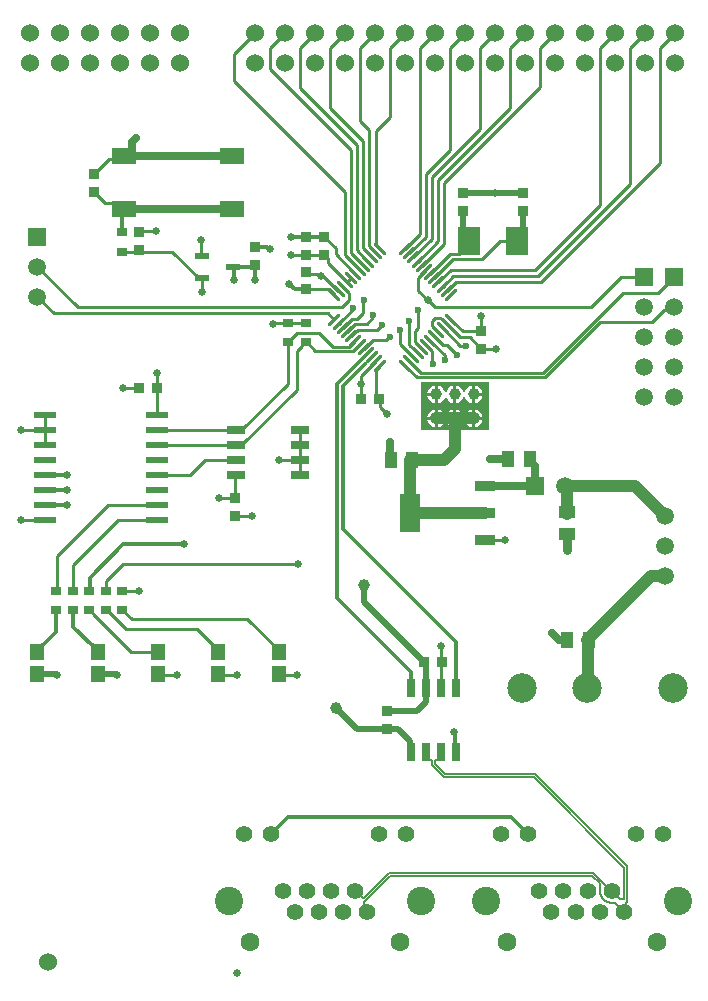
<source format=gtl>
G04*
G04 #@! TF.GenerationSoftware,Altium Limited,Altium Designer,22.4.2 (48)*
G04*
G04 Layer_Physical_Order=1*
G04 Layer_Color=255*
%FSLAX25Y25*%
%MOIN*%
G70*
G04*
G04 #@! TF.SameCoordinates,FE8C8ECF-970F-4C2D-9C15-E43E087C2527*
G04*
G04*
G04 #@! TF.FilePolarity,Positive*
G04*
G01*
G75*
%ADD10C,0.02000*%
%ADD18C,0.00500*%
%ADD19C,0.01000*%
%ADD21R,0.03937X0.05315*%
%ADD22R,0.05315X0.03937*%
%ADD23R,0.07480X0.09449*%
%ADD24R,0.07378X0.02197*%
%ADD25R,0.06004X0.02559*%
%ADD26R,0.02756X0.06102*%
%ADD27R,0.06890X0.12598*%
%ADD28R,0.06890X0.03740*%
G04:AMPARAMS|DCode=29|XSize=11.81mil|YSize=57.09mil|CornerRadius=0mil|HoleSize=0mil|Usage=FLASHONLY|Rotation=225.000|XOffset=0mil|YOffset=0mil|HoleType=Round|Shape=Round|*
%AMOVALD29*
21,1,0.04528,0.01181,0.00000,0.00000,315.0*
1,1,0.01181,-0.01601,0.01601*
1,1,0.01181,0.01601,-0.01601*
%
%ADD29OVALD29*%

G04:AMPARAMS|DCode=30|XSize=11.81mil|YSize=57.09mil|CornerRadius=0mil|HoleSize=0mil|Usage=FLASHONLY|Rotation=315.000|XOffset=0mil|YOffset=0mil|HoleType=Round|Shape=Round|*
%AMOVALD30*
21,1,0.04528,0.01181,0.00000,0.00000,45.0*
1,1,0.01181,-0.01601,-0.01601*
1,1,0.01181,0.01601,0.01601*
%
%ADD30OVALD30*%

%ADD31R,0.04528X0.02362*%
%ADD32R,0.08268X0.05512*%
%ADD33R,0.03347X0.02756*%
%ADD34R,0.04528X0.05315*%
%ADD35R,0.03740X0.03740*%
%ADD36R,0.03740X0.03740*%
%ADD65C,0.02500*%
%ADD66C,0.03000*%
%ADD67C,0.01200*%
%ADD68C,0.04000*%
%ADD69C,0.09843*%
%ADD70C,0.05906*%
%ADD71R,0.05906X0.05906*%
%ADD72R,0.05906X0.05906*%
%ADD73C,0.06000*%
%ADD74C,0.05512*%
%ADD75C,0.09449*%
%ADD76C,0.06299*%
%ADD77C,0.02559*%
%ADD78C,0.03937*%
%ADD79C,0.02362*%
G36*
X262500Y292500D02*
X240000D01*
Y308500D01*
X262500D01*
Y292500D01*
D02*
G37*
%LPC*%
G36*
X256928Y307439D02*
X256283Y307266D01*
X255606Y306875D01*
X255053Y306323D01*
X254662Y305646D01*
X254580Y305339D01*
X254063D01*
X253980Y305646D01*
X253590Y306323D01*
X253037Y306875D01*
X252360Y307266D01*
X251714Y307439D01*
Y304500D01*
Y301561D01*
X252360Y301734D01*
X253037Y302125D01*
X253590Y302677D01*
X253980Y303354D01*
X254063Y303661D01*
X254580D01*
X254662Y303354D01*
X255053Y302677D01*
X255606Y302125D01*
X256283Y301734D01*
X256928Y301561D01*
Y304500D01*
Y307439D01*
D02*
G37*
G36*
X250714D02*
X250068Y307266D01*
X249392Y306875D01*
X248839Y306323D01*
X248448Y305646D01*
X248366Y305339D01*
X247848D01*
X247766Y305646D01*
X247375Y306323D01*
X246823Y306875D01*
X246146Y307266D01*
X245500Y307439D01*
Y304500D01*
Y301561D01*
X246146Y301734D01*
X246823Y302125D01*
X247375Y302677D01*
X247766Y303354D01*
X247848Y303661D01*
X248366D01*
X248448Y303354D01*
X248839Y302677D01*
X249392Y302125D01*
X250068Y301734D01*
X250714Y301561D01*
Y304500D01*
Y307439D01*
D02*
G37*
G36*
X257928D02*
Y305000D01*
X260368D01*
X260195Y305646D01*
X259804Y306323D01*
X259251Y306875D01*
X258574Y307266D01*
X257928Y307439D01*
D02*
G37*
G36*
X244500D02*
X243854Y307266D01*
X243177Y306875D01*
X242625Y306323D01*
X242234Y305646D01*
X242061Y305000D01*
X244500D01*
Y307439D01*
D02*
G37*
G36*
X260368Y304000D02*
X257928D01*
Y301561D01*
X258574Y301734D01*
X259251Y302125D01*
X259804Y302677D01*
X260195Y303354D01*
X260368Y304000D01*
D02*
G37*
G36*
X244500D02*
X242061D01*
X242234Y303354D01*
X242625Y302677D01*
X243177Y302125D01*
X243854Y301734D01*
X244500Y301561D01*
Y304000D01*
D02*
G37*
G36*
X256928Y299439D02*
X256283Y299266D01*
X255606Y298875D01*
X255053Y298323D01*
X254662Y297646D01*
X254580Y297339D01*
X254063D01*
X253980Y297646D01*
X253590Y298323D01*
X253037Y298875D01*
X252360Y299266D01*
X251714Y299439D01*
Y296500D01*
Y293561D01*
X252360Y293734D01*
X253037Y294125D01*
X253590Y294677D01*
X253980Y295354D01*
X254063Y295661D01*
X254580D01*
X254662Y295354D01*
X255053Y294677D01*
X255606Y294125D01*
X256283Y293734D01*
X256928Y293561D01*
Y296500D01*
Y299439D01*
D02*
G37*
G36*
X250714D02*
X250068Y299266D01*
X249392Y298875D01*
X248839Y298323D01*
X248448Y297646D01*
X248366Y297339D01*
X247848D01*
X247766Y297646D01*
X247375Y298323D01*
X246823Y298875D01*
X246146Y299266D01*
X245500Y299439D01*
Y296500D01*
Y293561D01*
X246146Y293734D01*
X246823Y294125D01*
X247375Y294677D01*
X247766Y295354D01*
X247848Y295661D01*
X248366D01*
X248448Y295354D01*
X248839Y294677D01*
X249392Y294125D01*
X250068Y293734D01*
X250714Y293561D01*
Y296500D01*
Y299439D01*
D02*
G37*
G36*
X257928D02*
Y297000D01*
X260368D01*
X260195Y297646D01*
X259804Y298323D01*
X259251Y298875D01*
X258574Y299266D01*
X257928Y299439D01*
D02*
G37*
G36*
X244500D02*
X243854Y299266D01*
X243177Y298875D01*
X242625Y298323D01*
X242234Y297646D01*
X242061Y297000D01*
X244500D01*
Y299439D01*
D02*
G37*
G36*
X260368Y296000D02*
X257928D01*
Y293561D01*
X258574Y293734D01*
X259251Y294125D01*
X259804Y294677D01*
X260195Y295354D01*
X260368Y296000D01*
D02*
G37*
G36*
X244500D02*
X242061D01*
X242234Y295354D01*
X242625Y294677D01*
X243177Y294125D01*
X243854Y293734D01*
X244500Y293561D01*
Y296000D01*
D02*
G37*
%LPD*%
D10*
X211500Y200000D02*
X218453Y193047D01*
X228500D01*
X138393Y211107D02*
X138500Y211000D01*
X132322Y211107D02*
X138393D01*
X132160Y211269D02*
X132322Y211107D01*
X118393D02*
X118500Y211000D01*
X112197Y211107D02*
X118393D01*
X112035Y211269D02*
X112197Y211107D01*
X228500Y193047D02*
X228655Y192892D01*
X232199D01*
X236122Y188969D01*
Y185650D02*
Y188969D01*
Y185650D02*
X236500Y185272D01*
X228500Y198953D02*
X238453D01*
X241528Y202028D01*
X241500Y206728D02*
X241528Y206700D01*
Y202028D02*
Y206700D01*
X241500Y206728D02*
Y214819D01*
X220926Y235393D02*
Y241101D01*
Y235393D02*
X241047Y215272D01*
X273933Y371445D02*
X273941Y371453D01*
X264440Y371445D02*
X273933D01*
X254067D02*
X264440D01*
X254059Y371453D02*
X254067Y371445D01*
X254059Y356386D02*
Y365547D01*
X273941Y357370D02*
Y365547D01*
D18*
X299549Y138257D02*
X299876Y137264D01*
X300448Y136389D01*
X301228Y135691D01*
X302161Y135220D01*
X303185Y135006D01*
X304229Y135064D01*
X299480Y139115D02*
X299549Y138257D01*
X244450Y181425D02*
X247975Y177900D01*
X277873D01*
X243550Y181053D02*
X247603Y177000D01*
X277500D01*
X307731Y146769D01*
X277873Y177900D02*
X308630Y147142D01*
Y135413D02*
Y147142D01*
X307731Y136606D02*
Y146769D01*
X221041Y135403D02*
X229738Y144100D01*
X229365Y145000D02*
X297379D01*
X303372Y139008D01*
X220886Y136521D02*
X229365Y145000D01*
X229738Y144100D02*
X297007D01*
X299480Y141627D01*
Y139115D02*
Y141627D01*
X221041Y132959D02*
Y135403D01*
Y132959D02*
X222000Y132000D01*
X305003Y134497D02*
X307500Y132000D01*
X304229Y135064D02*
X304436D01*
X305003Y134497D01*
X220472Y136521D02*
X220886D01*
X303372Y139008D02*
X303484D01*
X217984D02*
X220472Y136521D01*
X307438Y136313D02*
X307731Y136606D01*
X306179Y136313D02*
X307438D01*
X308338Y132838D02*
Y135120D01*
X308630Y135413D01*
X307500Y132000D02*
X308338Y132838D01*
X303484Y139008D02*
X306179Y136313D01*
X241500Y183813D02*
X242628Y182685D01*
X243257D01*
X241500Y183813D02*
Y185272D01*
X243550Y181053D02*
Y182393D01*
X243257Y182685D02*
X243550Y182393D01*
X244743Y182685D02*
X245372D01*
X244450Y182393D02*
X244743Y182685D01*
X244450Y181425D02*
Y182393D01*
X246500Y183813D02*
Y185272D01*
X245372Y182685D02*
X246500Y183813D01*
D19*
X243500Y327509D02*
Y329000D01*
X244589Y330089D02*
X246390D01*
X243500Y329000D02*
X244589Y330089D01*
X246500Y206728D02*
Y220500D01*
X220000Y303000D02*
Y310472D01*
X256095Y323500D02*
X260094Y319500D01*
X206376Y343702D02*
X207643D01*
X205578Y344500D02*
X206376Y343702D01*
X248477Y328002D02*
X248526D01*
X246390Y330089D02*
X248477Y328002D01*
X243500Y327509D02*
X245742Y325267D01*
Y325218D02*
Y325267D01*
X239000Y326500D02*
Y332500D01*
X238087Y325587D02*
X239000Y326500D01*
X248526Y328002D02*
X253028Y323500D01*
X195500Y321827D02*
X195795D01*
X196673Y322705D01*
X198673Y325000D02*
X206000D01*
X196673Y322705D02*
Y323000D01*
X198673Y325000D01*
X134925Y242425D02*
X140500Y248000D01*
X199000D01*
X261171Y256000D02*
X268000D01*
X261116Y255945D02*
X261171Y256000D01*
X134925Y239020D02*
Y242425D01*
X152215Y211251D02*
X152521Y210945D01*
X158440D01*
X140425Y239020D02*
X140435Y239010D01*
X145990D02*
X146000Y239000D01*
X140435Y239010D02*
X145990D01*
X192771Y210945D02*
X198440D01*
X192465Y211251D02*
X192771Y210945D01*
X281150Y310150D02*
X299500Y328500D01*
X240021Y311500D02*
X280591D01*
X307287Y338196D01*
X238539Y310150D02*
X281150D01*
X299500Y328500D02*
X317000D01*
X307287Y338196D02*
X319052D01*
X317000Y328500D02*
X321061Y332561D01*
X247176Y321000D02*
X248500D01*
X244350Y323826D02*
X247176Y321000D01*
X248500D02*
X252000Y317500D01*
X239000Y339000D02*
Y343392D01*
Y339000D02*
X242192Y335808D01*
X239000Y343392D02*
X241566Y345958D01*
X236047Y315474D02*
X240021Y311500D01*
X234606Y314082D02*
X238539Y310150D01*
X220000Y310472D02*
X225002Y315474D01*
X209317Y339500D02*
X211158Y337658D01*
X201500Y339500D02*
X209317D01*
X190661Y328161D02*
X195339D01*
X190500Y328000D02*
X190661Y328161D01*
X195339D02*
X195500Y328323D01*
X213631Y333500D02*
X215953Y335822D01*
X117500Y331500D02*
X121000D01*
X125500Y333500D02*
X213631D01*
X208976Y331500D02*
X211082Y329394D01*
X112000Y337000D02*
X117500Y331500D01*
X112000Y347000D02*
X125500Y333500D01*
X121000Y331500D02*
X208976Y331500D01*
X166882Y343260D02*
X167000Y343142D01*
Y338500D02*
Y343142D01*
X166500Y351122D02*
Y356000D01*
Y351122D02*
X166882Y350740D01*
X260000Y325500D02*
Y330500D01*
X242958Y322434D02*
X247800Y317592D01*
Y316200D02*
Y317592D01*
Y316200D02*
X248000Y316000D01*
X247134Y326610D02*
X252983Y320761D01*
X254739D01*
X255000Y320500D01*
X253028Y323500D02*
X256095D01*
X244000Y314500D02*
Y314869D01*
X243653Y315216D02*
X244000Y314869D01*
X243653Y315216D02*
Y318906D01*
X241566Y320993D02*
X243653Y318906D01*
X241566Y320993D02*
Y321042D01*
X238087Y321786D02*
Y325587D01*
X238782Y318258D02*
Y318258D01*
X236000Y321040D02*
Y329000D01*
Y321040D02*
X238782Y318258D01*
X233000Y321256D02*
Y326000D01*
X220739Y335739D02*
X221000Y336000D01*
X220739Y331608D02*
Y335739D01*
X221767Y328000D02*
X223739Y329972D01*
X218089Y328000D02*
X221767D01*
X215307Y325218D02*
X218089Y328000D01*
X216650Y323826D02*
X216699D01*
X218865Y325913D02*
X225413D01*
X227000Y327500D01*
X218470Y325517D02*
X218865Y325913D01*
X218390Y325517D02*
X218470D01*
X216699Y323826D02*
X218390Y325517D01*
X228361Y322729D02*
X229131Y323500D01*
X223905Y322729D02*
X228361D01*
X220826Y319650D02*
X223905Y322729D01*
X229131Y323500D02*
X229500D01*
X218702Y329571D02*
X220739Y331608D01*
X223739Y330739D02*
X224000Y331000D01*
X223739Y329972D02*
Y330739D01*
X216876Y329571D02*
X218702D01*
X217260Y332836D02*
Y333198D01*
X212474Y328002D02*
Y328051D01*
X217260Y332836D01*
X213915Y326610D02*
X216876Y329571D01*
X233000Y321256D02*
X237390Y316866D01*
X238087Y321786D02*
X240174Y319699D01*
X146547Y352000D02*
X157059D01*
X165799Y343260D01*
X166882D01*
X146000Y352547D02*
X146547Y352000D01*
X145508Y352055D02*
X146000Y352547D01*
X140228Y352055D02*
X145508D01*
X146445Y358898D02*
X151440D01*
X146000Y358453D02*
X146445Y358898D01*
X242192Y335808D02*
X244500Y333500D01*
X299500Y367500D02*
Y420000D01*
X278000Y346000D02*
X299500Y367500D01*
X309500Y374500D02*
Y420000D01*
X279000Y344000D02*
X309500Y374500D01*
X319500Y381586D02*
Y420000D01*
X279914Y342000D02*
X319500Y381586D01*
X251528Y342000D02*
X279914D01*
X248526Y338998D02*
X251528Y342000D01*
X248526Y338998D02*
X248526D01*
X250744Y344000D02*
X279000D01*
X249960Y346000D02*
X278000D01*
X299500Y420000D02*
X304500Y425000D01*
X319500Y420000D02*
X324500Y425000D01*
X306500Y343500D02*
X314356D01*
X296500Y333500D02*
X306500Y343500D01*
X319052Y338196D02*
X324356Y343500D01*
X323418Y332561D02*
X324356Y333500D01*
X321061Y332561D02*
X323418D01*
X244500Y333500D02*
X296500D01*
X177500Y409000D02*
X214500Y372000D01*
Y350892D02*
Y372000D01*
X140425Y232524D02*
X143449Y229500D01*
X182090D02*
X192465Y219125D01*
X143449Y229500D02*
X182090D01*
X198500Y318827D02*
X200327Y320654D01*
X198500Y305955D02*
Y318827D01*
X180045Y287500D02*
X198500Y305955D01*
X177500Y409000D02*
Y418000D01*
X172340Y211251D02*
X172646Y210945D01*
X178440D01*
X240174Y319650D02*
Y319699D01*
X260094Y319500D02*
X265000D01*
X215953Y335822D02*
Y338254D01*
X213866Y326610D02*
X213915D01*
X215258Y325218D02*
X215307D01*
X213866Y340341D02*
X215953Y338254D01*
X177500Y418000D02*
X184500Y425000D01*
X189500Y413000D02*
Y420000D01*
X194500Y425000D01*
X189500Y413000D02*
X216500Y386000D01*
X207750Y356906D02*
X211500Y353155D01*
Y351108D02*
Y353155D01*
Y351108D02*
X218042Y344566D01*
X214500Y350892D02*
X219434Y345958D01*
X216500Y351676D02*
X220826Y347350D01*
X216500Y351676D02*
Y386000D01*
X199500Y406500D02*
X218500Y387500D01*
X220487Y353256D02*
Y389013D01*
X222500Y354077D02*
Y392500D01*
Y354077D02*
X225002Y351575D01*
X219500Y395500D02*
Y420000D01*
X209500Y400000D02*
X220487Y389013D01*
X218500Y352460D02*
Y387500D01*
X209500Y400000D02*
Y420000D01*
X219500D02*
X224500Y425000D01*
X219500Y395500D02*
X222500Y392500D01*
X220487Y353256D02*
X223610Y350134D01*
X199500Y406500D02*
Y420000D01*
X204500Y425000D01*
X218500Y352460D02*
X222218Y348742D01*
X209500Y420000D02*
X214500Y425000D01*
X224793Y392293D02*
X229500Y397000D01*
X224793Y354518D02*
Y392293D01*
Y354518D02*
X226394Y352918D01*
X215258Y341782D02*
X216650Y343174D01*
X208825Y348216D02*
Y349925D01*
X207750Y351000D02*
X208825Y349925D01*
Y348216D02*
X215258Y341782D01*
X201500Y351000D02*
X207750D01*
X196500D02*
X201500D01*
X279500Y407000D02*
Y420000D01*
X247500Y354676D02*
Y375000D01*
X279500Y407000D01*
X245500Y376000D02*
X269500Y400000D01*
X245500Y355460D02*
Y376000D01*
X269500Y400000D02*
Y420000D01*
X249500Y386000D02*
Y420000D01*
X241500Y378000D02*
X249500Y386000D01*
X241500Y357028D02*
Y378000D01*
X259500Y393000D02*
Y420000D01*
X243500Y377000D02*
X259500Y393000D01*
X243500Y356244D02*
Y377000D01*
X225002Y351526D02*
Y351575D01*
X229500Y420000D02*
X234500Y425000D01*
X229500Y397000D02*
Y420000D01*
X254059Y356386D02*
X255929Y354516D01*
X272071Y355500D02*
X273941Y357370D01*
X266214Y355500D02*
X272071D01*
X260203Y349488D02*
X266214Y355500D01*
X250664Y349488D02*
X260203D01*
X244350Y343174D02*
X250664Y349488D01*
X252689Y351276D02*
X255929Y354516D01*
X242958Y344566D02*
X249668Y351276D01*
X252689D01*
X245742Y341782D02*
X249960Y346000D01*
X247134Y340390D02*
X250744Y344000D01*
X240174Y347350D02*
X247500Y354676D01*
X238782Y348742D02*
X245500Y355460D01*
X237390Y350134D02*
X243500Y356244D01*
X235998Y351526D02*
X241500Y357028D01*
X239500Y357811D02*
Y420000D01*
X234606Y352918D02*
X239500Y357811D01*
Y420000D02*
X244500Y425000D01*
X249500Y420000D02*
X254500Y425000D01*
X259500Y420000D02*
X264500Y425000D01*
X269500Y420000D02*
X274500Y425000D01*
X279500Y420000D02*
X284500Y425000D01*
X309500Y420000D02*
X314500Y425000D01*
X235998Y315474D02*
X236047D01*
X118500Y239094D02*
Y250500D01*
X139000Y262500D02*
X152000D01*
X118500Y250500D02*
X135500Y267500D01*
X124000Y247500D02*
X139000Y262500D01*
X135500Y267500D02*
X152000D01*
X124000Y239094D02*
Y247500D01*
X123925Y239020D02*
X124000Y239094D01*
X118425Y239020D02*
X118500Y239094D01*
X130598Y231350D02*
X143217Y218731D01*
X152215D01*
X129425Y232524D02*
X129720D01*
X130598Y231646D01*
Y231350D02*
Y231646D01*
X141477Y226267D02*
X165198D01*
X172340Y219125D01*
X134925Y232524D02*
X135221D01*
X141477Y226267D01*
X172340Y218731D02*
Y219125D01*
X192465Y218731D02*
Y219125D01*
X211082Y329394D02*
X211082D01*
X206000Y325000D02*
X210653Y320347D01*
X176913Y383858D02*
X177000Y383945D01*
X140220Y382991D02*
X141087Y383858D01*
X136038Y382991D02*
X140220D01*
X131000Y377953D02*
X136038Y382991D01*
X138831Y368398D02*
X141087Y366142D01*
X134650Y368398D02*
X138831D01*
X131000Y372047D02*
X134650Y368398D01*
X152000Y306547D02*
Y311500D01*
X151953Y306500D02*
X152000Y306547D01*
X178047Y264000D02*
X183500D01*
X178000Y264047D02*
X178047Y264000D01*
X140500Y306500D02*
X146047D01*
X172500Y270000D02*
X177953D01*
X178000Y269953D01*
Y277177D01*
X224793Y312482D02*
X226394Y314082D01*
X224793Y304113D02*
X225905Y303000D01*
X224793Y304113D02*
Y312482D01*
X225905Y303000D02*
X226284Y302621D01*
Y300216D02*
X228500Y298000D01*
X226284Y300216D02*
Y302621D01*
X192500Y282500D02*
X199677D01*
Y277500D02*
Y282500D01*
Y287500D01*
Y292500D01*
X106500D02*
X114722D01*
Y297500D01*
Y287500D02*
Y292500D01*
X178000Y277177D02*
X178323Y277500D01*
X106500Y262500D02*
X114722D01*
X151953Y297547D02*
Y306500D01*
Y297547D02*
X152000Y297500D01*
X200327Y320654D02*
Y320949D01*
X201205Y321827D02*
X201500D01*
X200327Y320949D02*
X201205Y321827D01*
X195500Y307955D02*
Y321827D01*
X180045Y292500D02*
X195500Y307955D01*
Y328323D02*
X201500D01*
X202406Y344500D02*
X205578D01*
X201500Y345406D02*
X202406Y344500D01*
X207643Y343702D02*
X210655Y340689D01*
X210734D02*
X212425Y338998D01*
X210655Y340689D02*
X210734D01*
X212425Y338998D02*
X212474D01*
X253811Y325500D02*
X260000D01*
X249918Y329394D02*
X253811Y325500D01*
X168000Y282500D02*
X178323D01*
X152000Y277500D02*
X163000D01*
X168000Y282500D01*
X152000Y287500D02*
X178323D01*
X152000Y292500D02*
X178323D01*
Y287500D02*
X180045D01*
X204667Y318955D02*
X217298D01*
X201795Y321827D02*
X204667Y318955D01*
X215906Y320347D02*
X217993Y322434D01*
X210653Y320347D02*
X215906D01*
X217298Y318955D02*
X219385Y321042D01*
X201500Y321827D02*
X201795D01*
X217993Y322434D02*
X218042D01*
X178323Y292500D02*
X180045D01*
X219385Y321042D02*
X219434D01*
D21*
X268858Y283000D02*
D03*
X276142D02*
D03*
X229811Y282500D02*
D03*
X237094D02*
D03*
X288709Y222575D02*
D03*
X295992D02*
D03*
D22*
X288500Y257906D02*
D03*
Y265189D02*
D03*
D23*
X272071Y355500D02*
D03*
X255929D02*
D03*
D24*
X114722Y297500D02*
D03*
Y292500D02*
D03*
Y287500D02*
D03*
Y282500D02*
D03*
Y277500D02*
D03*
Y272500D02*
D03*
Y267500D02*
D03*
Y262500D02*
D03*
X152000D02*
D03*
Y267500D02*
D03*
Y272500D02*
D03*
Y277500D02*
D03*
Y282500D02*
D03*
Y287500D02*
D03*
Y297500D02*
D03*
Y292500D02*
D03*
D25*
X178323Y277500D02*
D03*
Y282500D02*
D03*
Y287500D02*
D03*
Y292500D02*
D03*
X199677D02*
D03*
Y287500D02*
D03*
Y282500D02*
D03*
Y277500D02*
D03*
D26*
X251500Y206728D02*
D03*
X246500D02*
D03*
X241500D02*
D03*
X236500D02*
D03*
Y185272D02*
D03*
X241500D02*
D03*
X246500D02*
D03*
X251500D02*
D03*
D27*
X236313Y265000D02*
D03*
D28*
X261116Y274055D02*
D03*
Y265000D02*
D03*
Y255945D02*
D03*
D29*
X249918Y329394D02*
D03*
X248526Y328002D02*
D03*
X247134Y326610D02*
D03*
X245742Y325218D02*
D03*
X244350Y323826D02*
D03*
X242958Y322434D02*
D03*
X241566Y321042D02*
D03*
X240174Y319650D02*
D03*
X238782Y318258D02*
D03*
X237390Y316866D02*
D03*
X235998Y315474D02*
D03*
X234606Y314082D02*
D03*
X211082Y337606D02*
D03*
X212474Y338998D02*
D03*
X213866Y340390D02*
D03*
X215258Y341782D02*
D03*
X216650Y343174D02*
D03*
X218042Y344566D02*
D03*
X219434Y345958D02*
D03*
X220826Y347350D02*
D03*
X222218Y348742D02*
D03*
X223610Y350134D02*
D03*
X225002Y351526D02*
D03*
X226394Y352918D02*
D03*
D30*
Y314082D02*
D03*
X225002Y315474D02*
D03*
X223610Y316866D02*
D03*
X222218Y318258D02*
D03*
X220826Y319650D02*
D03*
X219434Y321042D02*
D03*
X218042Y322434D02*
D03*
X216650Y323826D02*
D03*
X215258Y325218D02*
D03*
X213866Y326610D02*
D03*
X212474Y328002D02*
D03*
X211082Y329394D02*
D03*
X234606Y352918D02*
D03*
X235998Y351526D02*
D03*
X237390Y350134D02*
D03*
X238782Y348742D02*
D03*
X240174Y347350D02*
D03*
X241566Y345958D02*
D03*
X242958Y344566D02*
D03*
X244350Y343174D02*
D03*
X245742Y341782D02*
D03*
X247134Y340390D02*
D03*
X248526Y338998D02*
D03*
X249918Y337606D02*
D03*
D31*
X166882Y350740D02*
D03*
Y343260D02*
D03*
X177118Y347000D02*
D03*
D32*
X176913Y383858D02*
D03*
X141087D02*
D03*
X176913Y366142D02*
D03*
X141087D02*
D03*
D33*
X140425Y232524D02*
D03*
Y239020D02*
D03*
X134925Y232524D02*
D03*
Y239020D02*
D03*
X129425Y232524D02*
D03*
Y239020D02*
D03*
X201500Y321827D02*
D03*
Y328323D02*
D03*
X195500Y321827D02*
D03*
Y328323D02*
D03*
X140228Y358551D02*
D03*
Y352055D02*
D03*
X123925Y232524D02*
D03*
Y239020D02*
D03*
X118425Y232524D02*
D03*
Y239020D02*
D03*
D34*
X192465Y211251D02*
D03*
Y218731D02*
D03*
X172340Y211251D02*
D03*
Y218731D02*
D03*
X152215Y211251D02*
D03*
Y218731D02*
D03*
X132160Y218749D02*
D03*
Y211269D02*
D03*
X112035Y218749D02*
D03*
Y211269D02*
D03*
D35*
X151953Y306500D02*
D03*
X146047D02*
D03*
X241047Y215272D02*
D03*
X246953D02*
D03*
X225905Y303000D02*
D03*
X220000D02*
D03*
D36*
X178000Y264047D02*
D03*
Y269953D02*
D03*
X228500Y193047D02*
D03*
Y198953D02*
D03*
X254059Y365547D02*
D03*
Y371453D02*
D03*
X273941Y365547D02*
D03*
Y371453D02*
D03*
X201500Y339500D02*
D03*
Y345406D02*
D03*
X260000Y325500D02*
D03*
Y319595D02*
D03*
X201500Y351000D02*
D03*
Y356906D02*
D03*
X207750Y351000D02*
D03*
Y356906D02*
D03*
X131000Y372047D02*
D03*
Y377953D02*
D03*
X146000Y352547D02*
D03*
Y358453D02*
D03*
X184500Y347547D02*
D03*
Y353453D02*
D03*
D65*
X263016Y283000D02*
X263060Y282956D01*
X269504D01*
X263000Y283000D02*
X263016D01*
X229511Y282800D02*
X229811Y282500D01*
X229511Y282800D02*
Y288489D01*
X229500Y288500D02*
X229511Y288489D01*
X141087Y383858D02*
X176913D01*
X141087D02*
X142081D01*
X283500Y225000D02*
X286000Y222500D01*
X289323D01*
X289398Y222575D01*
X141087Y366142D02*
X176913D01*
X143587Y385364D02*
Y388577D01*
X142081Y383858D02*
X143587Y385364D01*
Y388577D02*
X144940Y389929D01*
Y389945D01*
X275453Y283000D02*
X278000Y280453D01*
Y274000D02*
Y280453D01*
X261116Y274055D02*
X261144Y274028D01*
X277972D02*
X278000Y274000D01*
X261144Y274028D02*
X277972D01*
D66*
X288500Y252500D02*
Y258374D01*
D67*
X184547Y353500D02*
X188632D01*
X189132Y353000D01*
X189500D01*
X212000Y308027D02*
X213103Y309130D01*
X212000Y236500D02*
Y308027D01*
Y236500D02*
X236500Y212000D01*
X269937Y163500D02*
X275453Y157984D01*
X195468Y163500D02*
X269937D01*
X189953Y157984D02*
X195468Y163500D01*
X132160Y218749D02*
Y219143D01*
X130496Y220806D02*
X132160Y219143D01*
X123951Y226958D02*
X130103Y220806D01*
X123951Y226958D02*
Y232497D01*
X130103Y220806D02*
X130496D01*
X112035Y219143D02*
X113699Y220806D01*
X114093D02*
X118425Y225139D01*
Y232524D01*
X112035Y218749D02*
Y219143D01*
X113699Y220806D02*
X114093D01*
X123925Y232524D02*
X123951Y232497D01*
X184500Y353453D02*
X184547Y353500D01*
X183953Y347000D02*
X184500Y347547D01*
X177118Y347000D02*
X183953D01*
X184500Y342500D02*
Y347547D01*
X197830Y339500D02*
X201500D01*
X196050Y341280D02*
X197830Y339500D01*
X196000Y341280D02*
X196050D01*
X177500Y342500D02*
Y346618D01*
X177118Y347000D02*
X177500Y346618D01*
X140228Y358551D02*
Y365283D01*
X141087Y366142D01*
X251200Y185572D02*
Y191685D01*
X250940Y191945D02*
X251200Y191685D01*
Y185572D02*
X251500Y185272D01*
X241047Y215272D02*
X241500Y214819D01*
X236500Y206728D02*
Y212000D01*
X214000Y259500D02*
X251500Y222000D01*
Y206728D02*
Y222000D01*
X196500Y357000D02*
X201406D01*
X201500Y356906D01*
X207750D01*
X114722Y267500D02*
X122000D01*
X114722Y272500D02*
X122000D01*
X114722Y277500D02*
X122000D01*
X140495Y254500D02*
X161000D01*
X129432Y243438D02*
X140495Y254500D01*
X129432Y239027D02*
Y243438D01*
X129425Y239020D02*
X129432Y239027D01*
X214000Y307256D02*
X221423Y314680D01*
X214000Y259500D02*
Y307256D01*
X213103Y309130D02*
X213103D01*
X220236Y316264D01*
D68*
X316676Y243948D02*
X321233D01*
X295303Y222575D02*
X316676Y243948D01*
X321233D02*
X321285Y244000D01*
X295303Y222575D02*
X295500Y222378D01*
Y205000D02*
Y222378D01*
X245000Y296500D02*
X251214D01*
X257429D01*
X236359Y282454D02*
X247454D01*
X251214Y286214D02*
Y296500D01*
X247454Y282454D02*
X251214Y286214D01*
X236313Y265000D02*
X236359Y265046D01*
Y282454D01*
X236313Y265000D02*
X261116D01*
X311285Y274000D02*
X321285Y264000D01*
X288000Y274000D02*
X311285D01*
X288500Y264500D02*
Y273500D01*
X288000Y274000D02*
X288500Y273500D01*
D69*
X295260Y206500D02*
D03*
X273606D02*
D03*
X324000D02*
D03*
D70*
X321285Y264000D02*
D03*
Y254000D02*
D03*
Y244000D02*
D03*
X288000Y274000D02*
D03*
X314356Y303500D02*
D03*
X324356D02*
D03*
X314356Y313500D02*
D03*
X324356D02*
D03*
Y323500D02*
D03*
X314356Y333500D02*
D03*
X324356D02*
D03*
X314356Y323500D02*
D03*
X112000Y347000D02*
D03*
Y337000D02*
D03*
D71*
X278000Y274000D02*
D03*
D72*
X314356Y343500D02*
D03*
X324356D02*
D03*
X112000Y357000D02*
D03*
D73*
X109500Y425000D02*
D03*
X119500D02*
D03*
X129500D02*
D03*
X139500D02*
D03*
X149500D02*
D03*
X159500D02*
D03*
Y415000D02*
D03*
X149500D02*
D03*
X109500D02*
D03*
X119500D02*
D03*
X129500D02*
D03*
X139500D02*
D03*
X234500Y425000D02*
D03*
X244500D02*
D03*
X254500D02*
D03*
X264500D02*
D03*
X274500D02*
D03*
X284500D02*
D03*
X294500D02*
D03*
X304500D02*
D03*
X314500D02*
D03*
X324500D02*
D03*
Y415000D02*
D03*
X314500D02*
D03*
X304500D02*
D03*
X294500D02*
D03*
X284500D02*
D03*
X274500D02*
D03*
X264500D02*
D03*
X254500D02*
D03*
X244500D02*
D03*
X234500D02*
D03*
X224500Y425000D02*
D03*
X214500D02*
D03*
X204500D02*
D03*
X194500D02*
D03*
X184500D02*
D03*
X224500Y415000D02*
D03*
X214500D02*
D03*
X204500D02*
D03*
X194500D02*
D03*
X184500D02*
D03*
X115500Y115417D02*
D03*
D74*
X307500Y132000D02*
D03*
X303484Y139008D02*
D03*
X299468Y132000D02*
D03*
X295453Y139008D02*
D03*
X291437Y132000D02*
D03*
X287421Y139008D02*
D03*
X283405Y132000D02*
D03*
X279390Y139008D02*
D03*
X320453Y157984D02*
D03*
X311437D02*
D03*
X275453D02*
D03*
X266437D02*
D03*
X222000Y132000D02*
D03*
X217984Y139008D02*
D03*
X213968Y132000D02*
D03*
X209953Y139008D02*
D03*
X205937Y132000D02*
D03*
X201921Y139008D02*
D03*
X197906Y132000D02*
D03*
X193890Y139008D02*
D03*
X234953Y157984D02*
D03*
X225937D02*
D03*
X189953D02*
D03*
X180937D02*
D03*
D75*
X325433Y135504D02*
D03*
X261457D02*
D03*
X239933D02*
D03*
X175957D02*
D03*
D76*
X318445Y122000D02*
D03*
X268445D02*
D03*
X232945D02*
D03*
X182945D02*
D03*
D77*
X263000Y283000D02*
D03*
X229500Y288500D02*
D03*
X288500Y252500D02*
D03*
X189500Y353000D02*
D03*
X199000Y248000D02*
D03*
X268000Y256000D02*
D03*
X138500Y211000D02*
D03*
X118500D02*
D03*
X158440Y210945D02*
D03*
X178500Y111500D02*
D03*
X146000Y239000D02*
D03*
X198440Y210945D02*
D03*
X283500Y225000D02*
D03*
X184500Y342500D02*
D03*
X220000Y308000D02*
D03*
X196000Y341280D02*
D03*
X190500Y328000D02*
D03*
X167000Y338500D02*
D03*
X166500Y356000D02*
D03*
X260000Y330500D02*
D03*
X246500Y220500D02*
D03*
X177500Y342500D02*
D03*
X250940Y191945D02*
D03*
X178440Y210945D02*
D03*
X264440Y371445D02*
D03*
X196500Y357000D02*
D03*
X242192Y335808D02*
D03*
X265000Y319500D02*
D03*
X122000Y277500D02*
D03*
Y272500D02*
D03*
Y267500D02*
D03*
X161000Y254500D02*
D03*
X151440Y358898D02*
D03*
X144940Y389945D02*
D03*
X152000Y311500D02*
D03*
X183500Y264000D02*
D03*
X140500Y306500D02*
D03*
X172500Y270000D02*
D03*
X228500Y298000D02*
D03*
X192500Y282500D02*
D03*
X106500Y262500D02*
D03*
Y292500D02*
D03*
X206500Y344000D02*
D03*
X196500Y351000D02*
D03*
D78*
X211500Y200000D02*
D03*
X257429Y296500D02*
D03*
X245000Y304500D02*
D03*
X245000Y296500D02*
D03*
X251214D02*
D03*
X220926Y241101D02*
D03*
X257429Y304500D02*
D03*
X251214D02*
D03*
D79*
X255000Y320500D02*
D03*
X248000Y316000D02*
D03*
X252000Y317500D02*
D03*
X244000Y314500D02*
D03*
X236000Y329000D02*
D03*
X239000Y332500D02*
D03*
X233000Y326000D02*
D03*
X221000Y336000D02*
D03*
X229500Y323500D02*
D03*
X227000Y327500D02*
D03*
X224000Y331000D02*
D03*
X217260Y333198D02*
D03*
M02*

</source>
